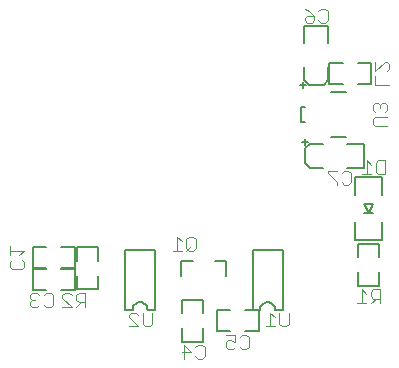
<source format=gbo>
G75*
G70*
%OFA0B0*%
%FSLAX24Y24*%
%IPPOS*%
%LPD*%
%AMOC8*
5,1,8,0,0,1.08239X$1,22.5*
%
%ADD10C,0.0050*%
%ADD11C,0.0040*%
D10*
X011401Y004626D02*
X011401Y005326D01*
X011851Y005326D01*
X011851Y005376D02*
X011401Y005376D01*
X011401Y006076D01*
X011851Y006076D01*
X012351Y006076D02*
X012801Y006076D01*
X012801Y005376D01*
X012351Y005376D01*
X012351Y005326D02*
X012801Y005326D01*
X012801Y004626D01*
X012351Y004626D01*
X012876Y004651D02*
X012876Y005101D01*
X012876Y005601D02*
X012876Y006051D01*
X013576Y006051D01*
X013576Y005601D01*
X013576Y005101D02*
X013576Y004651D01*
X012876Y004651D01*
X011851Y004626D02*
X011401Y004626D01*
X014476Y003976D02*
X014726Y003976D01*
X014728Y004006D01*
X014733Y004036D01*
X014742Y004065D01*
X014755Y004092D01*
X014770Y004118D01*
X014789Y004142D01*
X014810Y004163D01*
X014834Y004182D01*
X014860Y004197D01*
X014887Y004210D01*
X014916Y004219D01*
X014946Y004224D01*
X014976Y004226D01*
X015006Y004224D01*
X015036Y004219D01*
X015065Y004210D01*
X015092Y004197D01*
X015118Y004182D01*
X015142Y004163D01*
X015163Y004142D01*
X015182Y004118D01*
X015197Y004092D01*
X015210Y004065D01*
X015219Y004036D01*
X015224Y004006D01*
X015226Y003976D01*
X015476Y003976D01*
X015476Y005976D01*
X014476Y005976D01*
X014476Y003976D01*
X016376Y003851D02*
X016376Y004301D01*
X017076Y004301D01*
X017076Y003851D01*
X017526Y003951D02*
X017976Y003951D01*
X017526Y003951D02*
X017526Y003251D01*
X017976Y003251D01*
X018476Y003251D02*
X018926Y003251D01*
X018926Y003951D01*
X018476Y003951D01*
X018726Y003976D02*
X018976Y003976D01*
X018978Y004006D01*
X018983Y004036D01*
X018992Y004065D01*
X019005Y004092D01*
X019020Y004118D01*
X019039Y004142D01*
X019060Y004163D01*
X019084Y004182D01*
X019110Y004197D01*
X019137Y004210D01*
X019166Y004219D01*
X019196Y004224D01*
X019226Y004226D01*
X019256Y004224D01*
X019286Y004219D01*
X019315Y004210D01*
X019342Y004197D01*
X019368Y004182D01*
X019392Y004163D01*
X019413Y004142D01*
X019432Y004118D01*
X019447Y004092D01*
X019460Y004065D01*
X019469Y004036D01*
X019474Y004006D01*
X019476Y003976D01*
X019726Y003976D01*
X019726Y005976D01*
X018726Y005976D01*
X018726Y003976D01*
X017076Y003351D02*
X017076Y002901D01*
X016376Y002901D01*
X016376Y003351D01*
X016351Y005101D02*
X016351Y005601D01*
X016726Y005601D01*
X017476Y005601D02*
X017851Y005601D01*
X017851Y005101D01*
X022251Y005226D02*
X022251Y004776D01*
X022951Y004776D01*
X022951Y005226D01*
X022951Y005726D02*
X022951Y006176D01*
X022251Y006176D01*
X022251Y005726D01*
X022151Y006301D02*
X023051Y006301D01*
X023051Y006901D01*
X022751Y007201D02*
X022601Y007201D01*
X022751Y007501D01*
X022451Y007501D01*
X022601Y007201D01*
X022451Y007201D01*
X022151Y006901D02*
X022151Y006301D01*
X022151Y007801D02*
X022151Y008401D01*
X023051Y008401D01*
X023051Y007801D01*
X022426Y008701D02*
X021876Y008701D01*
X022426Y008701D02*
X022426Y009501D01*
X021876Y009501D01*
X021851Y009726D02*
X021351Y009726D01*
X021076Y009501D02*
X020626Y009501D01*
X020476Y009351D01*
X020476Y008851D01*
X020626Y008701D01*
X021076Y008701D01*
X020476Y009451D02*
X020476Y009651D01*
X020376Y009551D02*
X020576Y009551D01*
X020476Y010226D02*
X020351Y010226D01*
X020351Y010726D01*
X020476Y010726D01*
X021351Y011226D02*
X021851Y011226D01*
X021726Y011501D02*
X021276Y011501D01*
X021276Y012201D01*
X021726Y012201D01*
X021251Y012076D02*
X021251Y011626D01*
X021101Y011476D01*
X020601Y011476D01*
X020451Y011626D01*
X020451Y012076D01*
X020401Y011576D02*
X020401Y011376D01*
X020501Y011476D02*
X020301Y011476D01*
X022226Y011501D02*
X022676Y011501D01*
X022676Y012201D01*
X022226Y012201D01*
X021251Y012876D02*
X021251Y013426D01*
X020451Y013426D01*
X020451Y012876D01*
D11*
X010646Y005555D02*
X010646Y005402D01*
X010722Y005325D01*
X011029Y005325D01*
X011106Y005402D01*
X011106Y005555D01*
X011029Y005632D01*
X010953Y005785D02*
X011106Y005939D01*
X010646Y005939D01*
X010646Y006092D02*
X010646Y005785D01*
X010722Y005632D02*
X010646Y005555D01*
X011390Y004531D02*
X011314Y004454D01*
X011314Y004378D01*
X011390Y004301D01*
X011314Y004224D01*
X011314Y004147D01*
X011390Y004071D01*
X011544Y004071D01*
X011620Y004147D01*
X011774Y004147D02*
X011851Y004071D01*
X012004Y004071D01*
X012081Y004147D01*
X012081Y004454D01*
X012004Y004531D01*
X011851Y004531D01*
X011774Y004454D01*
X011620Y004454D02*
X011544Y004531D01*
X011390Y004531D01*
X011390Y004301D02*
X011467Y004301D01*
X012389Y004378D02*
X012389Y004454D01*
X012465Y004531D01*
X012619Y004531D01*
X012695Y004454D01*
X012849Y004454D02*
X012849Y004301D01*
X012926Y004224D01*
X013156Y004224D01*
X013002Y004224D02*
X012849Y004071D01*
X012695Y004071D02*
X012389Y004378D01*
X012849Y004454D02*
X012926Y004531D01*
X013156Y004531D01*
X013156Y004071D01*
X012695Y004071D02*
X012389Y004071D01*
X014609Y003804D02*
X014609Y003728D01*
X014916Y003421D01*
X014609Y003421D01*
X015070Y003497D02*
X015146Y003421D01*
X015300Y003421D01*
X015377Y003497D01*
X015377Y003881D01*
X015070Y003881D02*
X015070Y003497D01*
X014916Y003804D02*
X014839Y003881D01*
X014686Y003881D01*
X014609Y003804D01*
X016436Y002806D02*
X016666Y002576D01*
X016359Y002576D01*
X016436Y002346D02*
X016436Y002806D01*
X016820Y002729D02*
X016896Y002806D01*
X017050Y002806D01*
X017127Y002729D01*
X017127Y002422D01*
X017050Y002346D01*
X016896Y002346D01*
X016820Y002422D01*
X017834Y002747D02*
X017911Y002671D01*
X018064Y002671D01*
X018141Y002747D01*
X018295Y002747D02*
X018371Y002671D01*
X018525Y002671D01*
X018602Y002747D01*
X018602Y003054D01*
X018525Y003131D01*
X018371Y003131D01*
X018295Y003054D01*
X018141Y003131D02*
X018141Y002901D01*
X017988Y002978D01*
X017911Y002978D01*
X017834Y002901D01*
X017834Y002747D01*
X017834Y003131D02*
X018141Y003131D01*
X019164Y003421D02*
X019470Y003421D01*
X019317Y003421D02*
X019317Y003881D01*
X019470Y003728D01*
X019624Y003881D02*
X019624Y003497D01*
X019701Y003421D01*
X019854Y003421D01*
X019931Y003497D01*
X019931Y003881D01*
X022214Y004196D02*
X022520Y004196D01*
X022367Y004196D02*
X022367Y004656D01*
X022520Y004503D01*
X022674Y004579D02*
X022674Y004426D01*
X022751Y004349D01*
X022981Y004349D01*
X022981Y004196D02*
X022981Y004656D01*
X022751Y004656D01*
X022674Y004579D01*
X022827Y004349D02*
X022674Y004196D01*
X016831Y006022D02*
X016754Y005946D01*
X016601Y005946D01*
X016524Y006022D01*
X016524Y006329D01*
X016601Y006406D01*
X016754Y006406D01*
X016831Y006329D01*
X016831Y006022D01*
X016677Y006099D02*
X016524Y005946D01*
X016370Y005946D02*
X016064Y005946D01*
X016217Y005946D02*
X016217Y006406D01*
X016370Y006253D01*
X021234Y008529D02*
X021541Y008222D01*
X021541Y008146D01*
X021695Y008222D02*
X021771Y008146D01*
X021925Y008146D01*
X022002Y008222D01*
X022002Y008529D01*
X021925Y008606D01*
X021771Y008606D01*
X021695Y008529D01*
X021541Y008606D02*
X021234Y008606D01*
X021234Y008529D01*
X022384Y008496D02*
X022691Y008496D01*
X022538Y008496D02*
X022538Y008956D01*
X022691Y008803D01*
X022845Y008879D02*
X022921Y008956D01*
X023152Y008956D01*
X023152Y008496D01*
X022921Y008496D01*
X022845Y008572D01*
X022845Y008879D01*
X022822Y010100D02*
X022746Y010177D01*
X022746Y010330D01*
X022822Y010407D01*
X023206Y010407D01*
X023129Y010560D02*
X023206Y010637D01*
X023206Y010791D01*
X023129Y010867D01*
X023053Y010867D01*
X022976Y010791D01*
X022899Y010867D01*
X022822Y010867D01*
X022746Y010791D01*
X022746Y010637D01*
X022822Y010560D01*
X022976Y010714D02*
X022976Y010791D01*
X022821Y011475D02*
X022821Y011782D01*
X022821Y011935D02*
X023128Y012242D01*
X023204Y012242D01*
X023281Y012166D01*
X023281Y012012D01*
X023204Y011935D01*
X022821Y011935D02*
X022821Y012242D01*
X022821Y011475D02*
X023281Y011475D01*
X023206Y010100D02*
X022822Y010100D01*
X021154Y013546D02*
X021001Y013546D01*
X020924Y013622D01*
X020770Y013622D02*
X020770Y013776D01*
X020540Y013776D01*
X020464Y013699D01*
X020464Y013622D01*
X020540Y013546D01*
X020694Y013546D01*
X020770Y013622D01*
X020770Y013776D02*
X020617Y013929D01*
X020464Y014006D01*
X020924Y013929D02*
X021001Y014006D01*
X021154Y014006D01*
X021231Y013929D01*
X021231Y013622D01*
X021154Y013546D01*
M02*

</source>
